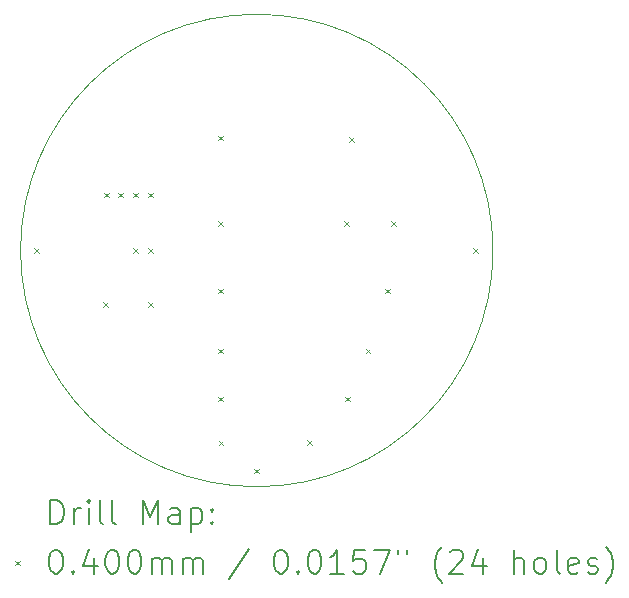
<source format=gbr>
%FSLAX45Y45*%
G04 Gerber Fmt 4.5, Leading zero omitted, Abs format (unit mm)*
G04 Created by KiCad (PCBNEW (6.0.6)) date 2022-07-27 20:36:13*
%MOMM*%
%LPD*%
G01*
G04 APERTURE LIST*
%TA.AperFunction,Profile*%
%ADD10C,0.100000*%
%TD*%
%ADD11C,0.200000*%
%ADD12C,0.040000*%
G04 APERTURE END LIST*
D10*
X14407900Y-11988800D02*
G75*
G03*
X14407900Y-11988800I-2000000J0D01*
G01*
D11*
D12*
X10521000Y-11968800D02*
X10561000Y-12008800D01*
X10561000Y-11968800D02*
X10521000Y-12008800D01*
X11105200Y-12426000D02*
X11145200Y-12466000D01*
X11145200Y-12426000D02*
X11105200Y-12466000D01*
X11117900Y-11498900D02*
X11157900Y-11538900D01*
X11157900Y-11498900D02*
X11117900Y-11538900D01*
X11232200Y-11498900D02*
X11272200Y-11538900D01*
X11272200Y-11498900D02*
X11232200Y-11538900D01*
X11359200Y-11498900D02*
X11399200Y-11538900D01*
X11399200Y-11498900D02*
X11359200Y-11538900D01*
X11359200Y-11968800D02*
X11399200Y-12008800D01*
X11399200Y-11968800D02*
X11359200Y-12008800D01*
X11486200Y-11498900D02*
X11526200Y-11538900D01*
X11526200Y-11498900D02*
X11486200Y-11538900D01*
X11486200Y-11968800D02*
X11526200Y-12008800D01*
X11526200Y-11968800D02*
X11486200Y-12008800D01*
X11486200Y-12426000D02*
X11526200Y-12466000D01*
X11526200Y-12426000D02*
X11486200Y-12466000D01*
X12083100Y-11016300D02*
X12123100Y-11056300D01*
X12123100Y-11016300D02*
X12083100Y-11056300D01*
X12083100Y-11740200D02*
X12123100Y-11780200D01*
X12123100Y-11740200D02*
X12083100Y-11780200D01*
X12083100Y-12311700D02*
X12123100Y-12351700D01*
X12123100Y-12311700D02*
X12083100Y-12351700D01*
X12083100Y-12819700D02*
X12123100Y-12859700D01*
X12123100Y-12819700D02*
X12083100Y-12859700D01*
X12083100Y-13226100D02*
X12123100Y-13266100D01*
X12123100Y-13226100D02*
X12083100Y-13266100D01*
X12085640Y-13599480D02*
X12125640Y-13639480D01*
X12125640Y-13599480D02*
X12085640Y-13639480D01*
X12387900Y-13835700D02*
X12427900Y-13875700D01*
X12427900Y-13835700D02*
X12387900Y-13875700D01*
X12832400Y-13594400D02*
X12872400Y-13634400D01*
X12872400Y-13594400D02*
X12832400Y-13634400D01*
X13149900Y-11740200D02*
X13189900Y-11780200D01*
X13189900Y-11740200D02*
X13149900Y-11780200D01*
X13153650Y-13226100D02*
X13193650Y-13266100D01*
X13193650Y-13226100D02*
X13153650Y-13266100D01*
X13188000Y-11029000D02*
X13228000Y-11069000D01*
X13228000Y-11029000D02*
X13188000Y-11069000D01*
X13330430Y-12819700D02*
X13370430Y-12859700D01*
X13370430Y-12819700D02*
X13330430Y-12859700D01*
X13492800Y-12311700D02*
X13532800Y-12351700D01*
X13532800Y-12311700D02*
X13492800Y-12351700D01*
X13543600Y-11740200D02*
X13583600Y-11780200D01*
X13583600Y-11740200D02*
X13543600Y-11780200D01*
X14242100Y-11968800D02*
X14282100Y-12008800D01*
X14282100Y-11968800D02*
X14242100Y-12008800D01*
D11*
X10660519Y-14304276D02*
X10660519Y-14104276D01*
X10708138Y-14104276D01*
X10736710Y-14113800D01*
X10755757Y-14132848D01*
X10765281Y-14151895D01*
X10774805Y-14189990D01*
X10774805Y-14218562D01*
X10765281Y-14256657D01*
X10755757Y-14275705D01*
X10736710Y-14294752D01*
X10708138Y-14304276D01*
X10660519Y-14304276D01*
X10860519Y-14304276D02*
X10860519Y-14170943D01*
X10860519Y-14209038D02*
X10870043Y-14189990D01*
X10879567Y-14180467D01*
X10898614Y-14170943D01*
X10917662Y-14170943D01*
X10984329Y-14304276D02*
X10984329Y-14170943D01*
X10984329Y-14104276D02*
X10974805Y-14113800D01*
X10984329Y-14123324D01*
X10993852Y-14113800D01*
X10984329Y-14104276D01*
X10984329Y-14123324D01*
X11108138Y-14304276D02*
X11089090Y-14294752D01*
X11079567Y-14275705D01*
X11079567Y-14104276D01*
X11212900Y-14304276D02*
X11193852Y-14294752D01*
X11184329Y-14275705D01*
X11184329Y-14104276D01*
X11441471Y-14304276D02*
X11441471Y-14104276D01*
X11508138Y-14247133D01*
X11574805Y-14104276D01*
X11574805Y-14304276D01*
X11755757Y-14304276D02*
X11755757Y-14199514D01*
X11746233Y-14180467D01*
X11727186Y-14170943D01*
X11689090Y-14170943D01*
X11670043Y-14180467D01*
X11755757Y-14294752D02*
X11736709Y-14304276D01*
X11689090Y-14304276D01*
X11670043Y-14294752D01*
X11660519Y-14275705D01*
X11660519Y-14256657D01*
X11670043Y-14237609D01*
X11689090Y-14228086D01*
X11736709Y-14228086D01*
X11755757Y-14218562D01*
X11850995Y-14170943D02*
X11850995Y-14370943D01*
X11850995Y-14180467D02*
X11870043Y-14170943D01*
X11908138Y-14170943D01*
X11927186Y-14180467D01*
X11936709Y-14189990D01*
X11946233Y-14209038D01*
X11946233Y-14266181D01*
X11936709Y-14285228D01*
X11927186Y-14294752D01*
X11908138Y-14304276D01*
X11870043Y-14304276D01*
X11850995Y-14294752D01*
X12031948Y-14285228D02*
X12041471Y-14294752D01*
X12031948Y-14304276D01*
X12022424Y-14294752D01*
X12031948Y-14285228D01*
X12031948Y-14304276D01*
X12031948Y-14180467D02*
X12041471Y-14189990D01*
X12031948Y-14199514D01*
X12022424Y-14189990D01*
X12031948Y-14180467D01*
X12031948Y-14199514D01*
D12*
X10362900Y-14613800D02*
X10402900Y-14653800D01*
X10402900Y-14613800D02*
X10362900Y-14653800D01*
D11*
X10698614Y-14524276D02*
X10717662Y-14524276D01*
X10736710Y-14533800D01*
X10746233Y-14543324D01*
X10755757Y-14562371D01*
X10765281Y-14600467D01*
X10765281Y-14648086D01*
X10755757Y-14686181D01*
X10746233Y-14705228D01*
X10736710Y-14714752D01*
X10717662Y-14724276D01*
X10698614Y-14724276D01*
X10679567Y-14714752D01*
X10670043Y-14705228D01*
X10660519Y-14686181D01*
X10650995Y-14648086D01*
X10650995Y-14600467D01*
X10660519Y-14562371D01*
X10670043Y-14543324D01*
X10679567Y-14533800D01*
X10698614Y-14524276D01*
X10850995Y-14705228D02*
X10860519Y-14714752D01*
X10850995Y-14724276D01*
X10841471Y-14714752D01*
X10850995Y-14705228D01*
X10850995Y-14724276D01*
X11031948Y-14590943D02*
X11031948Y-14724276D01*
X10984329Y-14514752D02*
X10936710Y-14657609D01*
X11060519Y-14657609D01*
X11174805Y-14524276D02*
X11193852Y-14524276D01*
X11212900Y-14533800D01*
X11222424Y-14543324D01*
X11231948Y-14562371D01*
X11241471Y-14600467D01*
X11241471Y-14648086D01*
X11231948Y-14686181D01*
X11222424Y-14705228D01*
X11212900Y-14714752D01*
X11193852Y-14724276D01*
X11174805Y-14724276D01*
X11155757Y-14714752D01*
X11146233Y-14705228D01*
X11136710Y-14686181D01*
X11127186Y-14648086D01*
X11127186Y-14600467D01*
X11136710Y-14562371D01*
X11146233Y-14543324D01*
X11155757Y-14533800D01*
X11174805Y-14524276D01*
X11365281Y-14524276D02*
X11384328Y-14524276D01*
X11403376Y-14533800D01*
X11412900Y-14543324D01*
X11422424Y-14562371D01*
X11431948Y-14600467D01*
X11431948Y-14648086D01*
X11422424Y-14686181D01*
X11412900Y-14705228D01*
X11403376Y-14714752D01*
X11384328Y-14724276D01*
X11365281Y-14724276D01*
X11346233Y-14714752D01*
X11336709Y-14705228D01*
X11327186Y-14686181D01*
X11317662Y-14648086D01*
X11317662Y-14600467D01*
X11327186Y-14562371D01*
X11336709Y-14543324D01*
X11346233Y-14533800D01*
X11365281Y-14524276D01*
X11517662Y-14724276D02*
X11517662Y-14590943D01*
X11517662Y-14609990D02*
X11527186Y-14600467D01*
X11546233Y-14590943D01*
X11574805Y-14590943D01*
X11593852Y-14600467D01*
X11603376Y-14619514D01*
X11603376Y-14724276D01*
X11603376Y-14619514D02*
X11612900Y-14600467D01*
X11631948Y-14590943D01*
X11660519Y-14590943D01*
X11679567Y-14600467D01*
X11689090Y-14619514D01*
X11689090Y-14724276D01*
X11784328Y-14724276D02*
X11784328Y-14590943D01*
X11784328Y-14609990D02*
X11793852Y-14600467D01*
X11812900Y-14590943D01*
X11841471Y-14590943D01*
X11860519Y-14600467D01*
X11870043Y-14619514D01*
X11870043Y-14724276D01*
X11870043Y-14619514D02*
X11879567Y-14600467D01*
X11898614Y-14590943D01*
X11927186Y-14590943D01*
X11946233Y-14600467D01*
X11955757Y-14619514D01*
X11955757Y-14724276D01*
X12346233Y-14514752D02*
X12174805Y-14771895D01*
X12603376Y-14524276D02*
X12622424Y-14524276D01*
X12641471Y-14533800D01*
X12650995Y-14543324D01*
X12660519Y-14562371D01*
X12670043Y-14600467D01*
X12670043Y-14648086D01*
X12660519Y-14686181D01*
X12650995Y-14705228D01*
X12641471Y-14714752D01*
X12622424Y-14724276D01*
X12603376Y-14724276D01*
X12584328Y-14714752D01*
X12574805Y-14705228D01*
X12565281Y-14686181D01*
X12555757Y-14648086D01*
X12555757Y-14600467D01*
X12565281Y-14562371D01*
X12574805Y-14543324D01*
X12584328Y-14533800D01*
X12603376Y-14524276D01*
X12755757Y-14705228D02*
X12765281Y-14714752D01*
X12755757Y-14724276D01*
X12746233Y-14714752D01*
X12755757Y-14705228D01*
X12755757Y-14724276D01*
X12889090Y-14524276D02*
X12908138Y-14524276D01*
X12927186Y-14533800D01*
X12936709Y-14543324D01*
X12946233Y-14562371D01*
X12955757Y-14600467D01*
X12955757Y-14648086D01*
X12946233Y-14686181D01*
X12936709Y-14705228D01*
X12927186Y-14714752D01*
X12908138Y-14724276D01*
X12889090Y-14724276D01*
X12870043Y-14714752D01*
X12860519Y-14705228D01*
X12850995Y-14686181D01*
X12841471Y-14648086D01*
X12841471Y-14600467D01*
X12850995Y-14562371D01*
X12860519Y-14543324D01*
X12870043Y-14533800D01*
X12889090Y-14524276D01*
X13146233Y-14724276D02*
X13031948Y-14724276D01*
X13089090Y-14724276D02*
X13089090Y-14524276D01*
X13070043Y-14552848D01*
X13050995Y-14571895D01*
X13031948Y-14581419D01*
X13327186Y-14524276D02*
X13231948Y-14524276D01*
X13222424Y-14619514D01*
X13231948Y-14609990D01*
X13250995Y-14600467D01*
X13298614Y-14600467D01*
X13317662Y-14609990D01*
X13327186Y-14619514D01*
X13336709Y-14638562D01*
X13336709Y-14686181D01*
X13327186Y-14705228D01*
X13317662Y-14714752D01*
X13298614Y-14724276D01*
X13250995Y-14724276D01*
X13231948Y-14714752D01*
X13222424Y-14705228D01*
X13403376Y-14524276D02*
X13536709Y-14524276D01*
X13450995Y-14724276D01*
X13603376Y-14524276D02*
X13603376Y-14562371D01*
X13679567Y-14524276D02*
X13679567Y-14562371D01*
X13974805Y-14800467D02*
X13965281Y-14790943D01*
X13946233Y-14762371D01*
X13936709Y-14743324D01*
X13927186Y-14714752D01*
X13917662Y-14667133D01*
X13917662Y-14629038D01*
X13927186Y-14581419D01*
X13936709Y-14552848D01*
X13946233Y-14533800D01*
X13965281Y-14505228D01*
X13974805Y-14495705D01*
X14041471Y-14543324D02*
X14050995Y-14533800D01*
X14070043Y-14524276D01*
X14117662Y-14524276D01*
X14136709Y-14533800D01*
X14146233Y-14543324D01*
X14155757Y-14562371D01*
X14155757Y-14581419D01*
X14146233Y-14609990D01*
X14031948Y-14724276D01*
X14155757Y-14724276D01*
X14327186Y-14590943D02*
X14327186Y-14724276D01*
X14279567Y-14514752D02*
X14231948Y-14657609D01*
X14355757Y-14657609D01*
X14584328Y-14724276D02*
X14584328Y-14524276D01*
X14670043Y-14724276D02*
X14670043Y-14619514D01*
X14660519Y-14600467D01*
X14641471Y-14590943D01*
X14612900Y-14590943D01*
X14593852Y-14600467D01*
X14584328Y-14609990D01*
X14793852Y-14724276D02*
X14774805Y-14714752D01*
X14765281Y-14705228D01*
X14755757Y-14686181D01*
X14755757Y-14629038D01*
X14765281Y-14609990D01*
X14774805Y-14600467D01*
X14793852Y-14590943D01*
X14822424Y-14590943D01*
X14841471Y-14600467D01*
X14850995Y-14609990D01*
X14860519Y-14629038D01*
X14860519Y-14686181D01*
X14850995Y-14705228D01*
X14841471Y-14714752D01*
X14822424Y-14724276D01*
X14793852Y-14724276D01*
X14974805Y-14724276D02*
X14955757Y-14714752D01*
X14946233Y-14695705D01*
X14946233Y-14524276D01*
X15127186Y-14714752D02*
X15108138Y-14724276D01*
X15070043Y-14724276D01*
X15050995Y-14714752D01*
X15041471Y-14695705D01*
X15041471Y-14619514D01*
X15050995Y-14600467D01*
X15070043Y-14590943D01*
X15108138Y-14590943D01*
X15127186Y-14600467D01*
X15136709Y-14619514D01*
X15136709Y-14638562D01*
X15041471Y-14657609D01*
X15212900Y-14714752D02*
X15231948Y-14724276D01*
X15270043Y-14724276D01*
X15289090Y-14714752D01*
X15298614Y-14695705D01*
X15298614Y-14686181D01*
X15289090Y-14667133D01*
X15270043Y-14657609D01*
X15241471Y-14657609D01*
X15222424Y-14648086D01*
X15212900Y-14629038D01*
X15212900Y-14619514D01*
X15222424Y-14600467D01*
X15241471Y-14590943D01*
X15270043Y-14590943D01*
X15289090Y-14600467D01*
X15365281Y-14800467D02*
X15374805Y-14790943D01*
X15393852Y-14762371D01*
X15403376Y-14743324D01*
X15412900Y-14714752D01*
X15422424Y-14667133D01*
X15422424Y-14629038D01*
X15412900Y-14581419D01*
X15403376Y-14552848D01*
X15393852Y-14533800D01*
X15374805Y-14505228D01*
X15365281Y-14495705D01*
M02*

</source>
